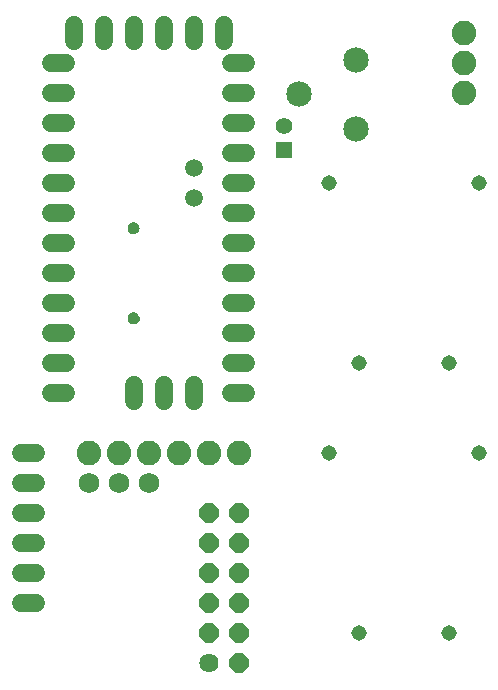
<source format=gbr>
G04 EAGLE Gerber RS-274X export*
G75*
%MOMM*%
%FSLAX34Y34*%
%LPD*%
%INSoldermask Top*%
%IPPOS*%
%AMOC8*
5,1,8,0,0,1.08239X$1,22.5*%
G01*
%ADD10C,2.153200*%
%ADD11C,1.511200*%
%ADD12C,1.511200*%
%ADD13C,1.524000*%
%ADD14C,1.625600*%
%ADD15P,1.759533X8X112.500000*%
%ADD16C,1.727200*%
%ADD17C,2.082800*%
%ADD18C,1.311200*%
%ADD19R,1.411200X1.411200*%
%ADD20C,1.411200*%

G36*
X177998Y337828D02*
X177998Y337828D01*
X178089Y337827D01*
X179053Y337958D01*
X179101Y337974D01*
X179190Y337993D01*
X180101Y338335D01*
X180144Y338361D01*
X180228Y338400D01*
X181039Y338937D01*
X181075Y338972D01*
X181148Y339028D01*
X181820Y339732D01*
X181848Y339774D01*
X181906Y339845D01*
X182404Y340681D01*
X182405Y340684D01*
X182407Y340686D01*
X182413Y340705D01*
X182422Y340728D01*
X182462Y340810D01*
X182762Y341736D01*
X182769Y341786D01*
X182791Y341875D01*
X182877Y342844D01*
X182873Y342891D01*
X182876Y342966D01*
X182774Y343942D01*
X182760Y343990D01*
X182744Y344080D01*
X182428Y345009D01*
X182404Y345053D01*
X182367Y345138D01*
X181853Y345973D01*
X181819Y346010D01*
X181765Y346085D01*
X181077Y346785D01*
X181036Y346814D01*
X180967Y346874D01*
X180140Y347403D01*
X180094Y347422D01*
X180013Y347466D01*
X179090Y347798D01*
X179040Y347806D01*
X178951Y347831D01*
X177977Y347949D01*
X177927Y347946D01*
X177841Y347950D01*
X176839Y347855D01*
X176790Y347841D01*
X176700Y347825D01*
X175744Y347509D01*
X175699Y347485D01*
X175615Y347450D01*
X174754Y346928D01*
X174716Y346895D01*
X174641Y346842D01*
X173917Y346142D01*
X173888Y346101D01*
X173827Y346032D01*
X173277Y345189D01*
X173257Y345143D01*
X173213Y345062D01*
X172865Y344118D01*
X172856Y344068D01*
X172831Y343980D01*
X172701Y342982D01*
X172703Y342939D01*
X172702Y342813D01*
X172841Y341802D01*
X172857Y341754D01*
X172876Y341664D01*
X173238Y340709D01*
X173264Y340666D01*
X173303Y340582D01*
X173867Y339732D01*
X173902Y339695D01*
X173959Y339623D01*
X174699Y338919D01*
X174741Y338891D01*
X174812Y338833D01*
X175690Y338312D01*
X175737Y338294D01*
X175819Y338253D01*
X176791Y337940D01*
X176841Y337933D01*
X176930Y337912D01*
X177948Y337823D01*
X177998Y337828D01*
G37*
G36*
X177922Y414104D02*
X177922Y414104D01*
X178013Y414103D01*
X178977Y414234D01*
X179025Y414250D01*
X179114Y414269D01*
X180025Y414611D01*
X180068Y414637D01*
X180152Y414676D01*
X180963Y415213D01*
X180999Y415248D01*
X181072Y415304D01*
X181744Y416008D01*
X181772Y416050D01*
X181830Y416121D01*
X182328Y416957D01*
X182329Y416960D01*
X182331Y416962D01*
X182337Y416982D01*
X182346Y417004D01*
X182386Y417086D01*
X182686Y418012D01*
X182693Y418062D01*
X182715Y418151D01*
X182801Y419120D01*
X182797Y419167D01*
X182800Y419242D01*
X182698Y420218D01*
X182684Y420266D01*
X182668Y420356D01*
X182352Y421285D01*
X182328Y421329D01*
X182291Y421414D01*
X181777Y422249D01*
X181743Y422286D01*
X181689Y422361D01*
X181001Y423061D01*
X180960Y423090D01*
X180891Y423150D01*
X180064Y423679D01*
X180018Y423698D01*
X179937Y423742D01*
X179014Y424074D01*
X178964Y424082D01*
X178875Y424107D01*
X177901Y424225D01*
X177851Y424222D01*
X177765Y424226D01*
X176763Y424131D01*
X176714Y424117D01*
X176624Y424101D01*
X175668Y423785D01*
X175623Y423761D01*
X175539Y423726D01*
X174678Y423204D01*
X174640Y423171D01*
X174565Y423118D01*
X173841Y422418D01*
X173812Y422377D01*
X173751Y422308D01*
X173201Y421465D01*
X173181Y421419D01*
X173137Y421338D01*
X172789Y420394D01*
X172780Y420344D01*
X172755Y420256D01*
X172625Y419258D01*
X172627Y419215D01*
X172626Y419089D01*
X172765Y418078D01*
X172781Y418030D01*
X172800Y417940D01*
X173162Y416985D01*
X173188Y416942D01*
X173227Y416858D01*
X173791Y416008D01*
X173826Y415971D01*
X173883Y415899D01*
X174623Y415195D01*
X174665Y415167D01*
X174736Y415109D01*
X175614Y414588D01*
X175661Y414570D01*
X175743Y414529D01*
X176715Y414216D01*
X176765Y414209D01*
X176854Y414188D01*
X177872Y414099D01*
X177922Y414104D01*
G37*
D10*
X365760Y503080D03*
X365760Y561080D03*
X317760Y533080D03*
D11*
X127000Y577660D02*
X127000Y590740D01*
X152400Y590740D02*
X152400Y577660D01*
X177800Y577660D02*
X177800Y590740D01*
X203200Y590740D02*
X203200Y577660D01*
X228600Y577660D02*
X228600Y590740D01*
X254000Y590740D02*
X254000Y577660D01*
X120840Y558800D02*
X107760Y558800D01*
X107760Y533400D02*
X120840Y533400D01*
X120840Y508000D02*
X107760Y508000D01*
X107760Y482600D02*
X120840Y482600D01*
X120840Y457200D02*
X107760Y457200D01*
X107760Y431800D02*
X120840Y431800D01*
X120840Y406400D02*
X107760Y406400D01*
X107760Y381000D02*
X120840Y381000D01*
X120840Y355600D02*
X107760Y355600D01*
X107760Y330200D02*
X120840Y330200D01*
X120840Y304800D02*
X107760Y304800D01*
X107760Y279400D02*
X120840Y279400D01*
X260160Y558800D02*
X273240Y558800D01*
X273240Y533400D02*
X260160Y533400D01*
X260160Y508000D02*
X273240Y508000D01*
X273240Y482600D02*
X260160Y482600D01*
X260160Y457200D02*
X273240Y457200D01*
X273240Y431800D02*
X260160Y431800D01*
X260160Y406400D02*
X273240Y406400D01*
X273240Y381000D02*
X260160Y381000D01*
X260160Y355600D02*
X273240Y355600D01*
X273240Y330200D02*
X260160Y330200D01*
X260160Y304800D02*
X273240Y304800D01*
X273240Y279400D02*
X260160Y279400D01*
X228600Y285940D02*
X228600Y272860D01*
X203200Y272860D02*
X203200Y285940D01*
X177800Y285940D02*
X177800Y272860D01*
D12*
X228600Y469900D03*
X228600Y444500D03*
D13*
X95504Y228600D02*
X82296Y228600D01*
X82296Y203200D02*
X95504Y203200D01*
X95504Y177800D02*
X82296Y177800D01*
X82296Y152400D02*
X95504Y152400D01*
X95504Y127000D02*
X82296Y127000D01*
X82296Y101600D02*
X95504Y101600D01*
D14*
X241300Y50800D03*
D15*
X266700Y50800D03*
X241300Y76200D03*
X266700Y76200D03*
X241300Y101600D03*
X266700Y101600D03*
X241300Y127000D03*
X266700Y127000D03*
X241300Y152400D03*
X266700Y152400D03*
X241300Y177800D03*
X266700Y177800D03*
D16*
X190500Y203200D03*
X165100Y203200D03*
X139700Y203200D03*
D17*
X139700Y228600D03*
X165100Y228600D03*
X190500Y228600D03*
X215900Y228600D03*
X241300Y228600D03*
X266700Y228600D03*
D18*
X342900Y228600D03*
X469900Y228600D03*
X444500Y76200D03*
X368300Y76200D03*
X342900Y457200D03*
X469900Y457200D03*
X444500Y304800D03*
X368300Y304800D03*
D17*
X457200Y584200D03*
X457200Y558800D03*
X457200Y533400D03*
D19*
X304800Y485300D03*
D20*
X304800Y505300D03*
M02*

</source>
